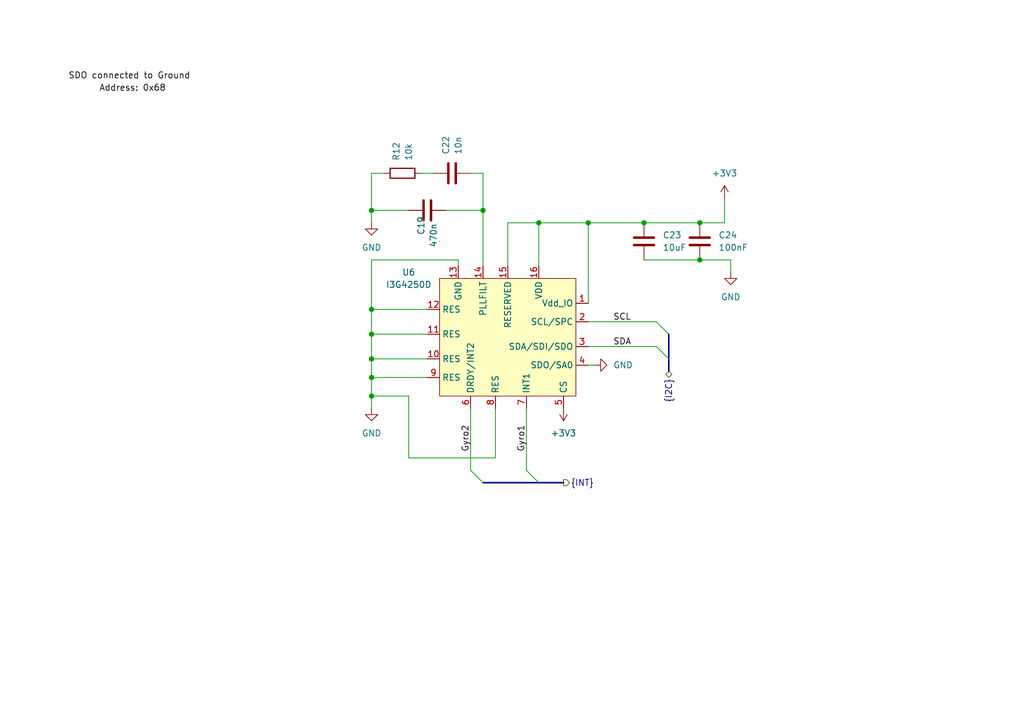
<source format=kicad_sch>
(kicad_sch (version 20211123) (generator eeschema)
  (paper "A5")
  (title_block (title "Phoenix Gyro") (comment 1 "2022/10/20 AG") (comment 2 "2022/10/22 WH"))
  (lib_symbols
    (symbol "Device:C" (pin_numbers hide) (pin_names (offset 0.254))
      (property "Reference" "C" (at 0.635 2.54 0))
      (property "Value" "C" (at 0.635 -2.54 0))
      (symbol "C_0_1"
        (polyline (pts (xy -2.032 -0.762) (xy 2.032 -0.762)) (stroke (width 0.508)))
        (polyline (pts (xy -2.032 0.762) (xy 2.032 0.762)) (stroke (width 0.508)))
      )
      (symbol "C_1_1"
        (pin passive line (at 0 3.81 270) (length 2.794) (name "~") (number "1"))
        (pin passive line (at 0 -3.81 90) (length 2.794) (name "~") (number "2"))
      )
    )
    (symbol "Device:R" (pin_numbers hide) (pin_names (offset 0))
      (property "Reference" "R" (at 2.032 0 90))
      (property "Value" "R" (at 0 0 90))
      (symbol "R_0_1"
        (rectangle (start -1.016 -2.54) (end 1.016 2.54) (stroke (width 0.254)))
      )
      (symbol "R_1_1"
        (pin passive line (at 0 3.81 270) (length 1.27) (name "~") (number "1"))
        (pin passive line (at 0 -3.81 90) (length 1.27) (name "~") (number "2"))
      )
    )
    (symbol "Sensor:I3G4250D"
      (property "Reference" "U" (at 0 0 0))
      (property "Value" "I3G4250D" (at 0 2.54 0))
      (symbol "I3G4250D_0_1"
        (rectangle (start -7.62 -10.16) (end -7.62 -10.16))
        (rectangle (start -7.62 -10.16) (end 20.32 -34.29) (fill (type background)))
        (rectangle (start -7.62 -2.54) (end -7.62 -2.54))
        (rectangle (start -6.35 -10.16) (end -6.35 -10.16))
        (rectangle (start -5.08 -10.16) (end -5.08 -10.16))
        (rectangle (start -2.54 -10.16) (end -2.54 -10.16))
        (rectangle (start -2.54 -10.16) (end -2.54 -10.16))
        (rectangle (start -2.54 -10.16) (end -2.54 -10.16))
        (rectangle (start -2.54 -10.16) (end -2.54 -10.16))
        (rectangle (start -2.54 -10.16) (end -2.54 -10.16))
        (rectangle (start 1.27 -10.16) (end 1.27 -10.16))
        (rectangle (start 6.35 -10.16) (end 6.35 -10.16))
      )
      (symbol "I3G4250D_1_1"
        (pin output line (at 22.86 -15.24 180) (length 2.54) (name "Vdd_IO") (number "1"))
        (pin free line (at -10.16 -26.67 0) (length 2.54) (name "RES") (number "10"))
        (pin free line (at -10.16 -21.59 0) (length 2.54) (name "RES") (number "11"))
        (pin free line (at -10.16 -16.51 0) (length 2.54) (name "RES") (number "12"))
        (pin output line (at -3.81 -7.62 270) (length 2.54) (name "GND") (number "13"))
        (pin input line (at 1.27 -7.62 270) (length 2.54) (name "PLLFILT") (number "14"))
        (pin free line (at 6.35 -7.62 270) (length 2.54) (name "RESERVED") (number "15"))
        (pin output line (at 12.7 -7.62 270) (length 2.54) (name "VDD") (number "16"))
        (pin input line (at 22.86 -19.05 180) (length 2.54) (name "SCL/SPC") (number "2"))
        (pin bidirectional line (at 22.86 -24.13 180) (length 2.54) (name "SDA/SDI/SDO") (number "3"))
        (pin output line (at 22.86 -27.94 180) (length 2.54) (name "SDO/SA0") (number "4"))
        (pin input line (at 17.78 -36.83 90) (length 2.54) (name "CS") (number "5"))
        (pin output line (at -1.27 -36.83 90) (length 2.54) (name "DRDY/INT2") (number "6"))
        (pin output line (at 10.16 -36.83 90) (length 2.54) (name "INT1") (number "7"))
        (pin free line (at 3.81 -36.83 90) (length 2.54) (name "RES") (number "8"))
        (pin free line (at -10.16 -30.48 0) (length 2.54) (name "RES") (number "9"))
      )
    )
    (symbol "power:+3V3" (power) (pin_names (offset 0))
      (property "Value" "+3V3" (at 0 3.556 0))
      (symbol "+3V3_0_1"
        (polyline (pts (xy -0.762 1.27) (xy 0 2.54)))
        (polyline (pts (xy 0 0) (xy 0 2.54)))
        (polyline (pts (xy 0 2.54) (xy 0.762 1.27)))
      )
      (symbol "+3V3_1_1"
        (pin power_in line (at 0 0 90) (length 0) hide (name "+3V3") (number "1"))
      )
    )
    (symbol "power:GND" (power) (pin_names (offset 0))
      (property "Value" "GND" (at 0 -3.81 0))
      (symbol "GND_0_1"
        (polyline (pts (xy 0 0) (xy 0 -1.27) (xy 1.27 -1.27) (xy 0 -2.54) (xy -1.27 -1.27) (xy 0 -1.27)))
      )
      (symbol "GND_1_1"
        (pin power_in line (at 0 0 270) (length 0) hide (name "GND") (number "1"))
      )
    )
  )
  (junction (at 143.51 45.72))
  (junction (at 110.49 45.72))
  (junction (at 76.2 63.5))
  (junction (at 143.51 53.34))
  (junction (at 120.65 45.72))
  (junction (at 99.06 43.18))
  (junction (at 76.2 68.58))
  (junction (at 76.2 43.18))
  (junction (at 76.2 73.66))
  (junction (at 132.08 45.72))
  (junction (at 76.2 77.47))
  (junction (at 76.2 81.28))
  (bus_entry (at 137.16 68.58) (size -2.54 -2.54))
  (bus_entry (at 110.49 99.06) (size -2.54 -2.54))
  (bus_entry (at 99.06 99.06) (size -2.54 -2.54))
  (bus_entry (at 137.16 73.66) (size -2.54 -2.54))
  (wire (pts (xy 76.2 77.47) (xy 87.63 77.47)))
  (bus (pts (xy 137.16 73.66) (xy 137.16 76.2)))
  (wire (pts (xy 110.49 54.61) (xy 110.49 45.72)))
  (wire (pts (xy 148.59 40.64) (xy 148.59 45.72)))
  (wire (pts (xy 76.2 73.66) (xy 76.2 77.47)))
  (wire (pts (xy 143.51 53.34) (xy 149.86 53.34)))
  (wire (pts (xy 83.82 93.98) (xy 101.6 93.98)))
  (wire (pts (xy 96.52 83.82) (xy 96.52 96.52)))
  (wire (pts (xy 76.2 35.56) (xy 78.74 35.56)))
  (wire (pts (xy 107.95 83.82) (xy 107.95 96.52)))
  (wire (pts (xy 120.65 45.72) (xy 120.65 62.23)))
  (wire (pts (xy 76.2 68.58) (xy 87.63 68.58)))
  (wire (pts (xy 93.98 54.61) (xy 93.98 53.34)))
  (wire (pts (xy 87.63 63.5) (xy 76.2 63.5)))
  (bus (pts (xy 99.06 99.06) (xy 110.49 99.06)))
  (wire (pts (xy 76.2 53.34) (xy 76.2 63.5)))
  (bus (pts (xy 137.16 68.58) (xy 137.16 73.66)))
  (wire (pts (xy 93.98 53.34) (xy 76.2 53.34)))
  (wire (pts (xy 83.82 93.98) (xy 83.82 81.28)))
  (wire (pts (xy 104.14 45.72) (xy 110.49 45.72)))
  (wire (pts (xy 132.08 53.34) (xy 143.51 53.34)))
  (wire (pts (xy 76.2 63.5) (xy 76.2 68.58)))
  (wire (pts (xy 76.2 68.58) (xy 76.2 73.66)))
  (wire (pts (xy 76.2 77.47) (xy 76.2 81.28)))
  (wire (pts (xy 76.2 73.66) (xy 87.63 73.66)))
  (wire (pts (xy 76.2 43.18) (xy 76.2 35.56)))
  (bus (pts (xy 110.49 99.06) (xy 115.57 99.06)))
  (wire (pts (xy 76.2 43.18) (xy 76.2 45.72)))
  (wire (pts (xy 99.06 43.18) (xy 91.44 43.18)))
  (wire (pts (xy 83.82 43.18) (xy 76.2 43.18)))
  (wire (pts (xy 110.49 45.72) (xy 120.65 45.72)))
  (wire (pts (xy 143.51 45.72) (xy 148.59 45.72)))
  (wire (pts (xy 120.65 74.93) (xy 121.92 74.93)))
  (wire (pts (xy 104.14 54.61) (xy 104.14 45.72)))
  (wire (pts (xy 132.08 45.72) (xy 143.51 45.72)))
  (wire (pts (xy 86.36 35.56) (xy 88.9 35.56)))
  (wire (pts (xy 120.65 71.12) (xy 134.62 71.12)))
  (wire (pts (xy 120.65 66.04) (xy 134.62 66.04)))
  (wire (pts (xy 101.6 83.82) (xy 101.6 93.98)))
  (wire (pts (xy 120.65 45.72) (xy 132.08 45.72)))
  (wire (pts (xy 99.06 35.56) (xy 99.06 43.18)))
  (wire (pts (xy 83.82 81.28) (xy 76.2 81.28)))
  (wire (pts (xy 96.52 35.56) (xy 99.06 35.56)))
  (wire (pts (xy 76.2 81.28) (xy 76.2 83.82)))
  (wire (pts (xy 99.06 43.18) (xy 99.06 54.61)))
  (wire (pts (xy 149.86 53.34) (xy 149.86 55.88)))
  (label "Gyro2" (at 96.52 92.71 90))
  (label "SDA" (at 125.73 71.12 0))
  (label "SDO connected to Ground" (at 13.97 16.51 0))
  (label "SCL" (at 125.73 66.04 0))
  (label "Gyro1" (at 107.95 92.71 90))
  (label "Address: 0x68" (at 20.32 19.05 0))
  (hierarchical_label "{I2C}" (shape bidirectional) (at 137.16 76.2 270))
  (hierarchical_label "{INT}" (shape output) (at 115.57 99.06 0))
  (symbol (lib_id "power:GND") (at 76.2 83.82 0) (unit 1)
    (property "Reference" "#PWR031" (effects hide))
    (property "Value" "GND" (at 76.2 88.9 0))
  )
  (symbol (lib_id "Device:C") (at 143.51 49.53 0) (unit 1)
    (property "Reference" "C24" (at 147.32 48.26 0) (effects (justify left)))
    (property "Value" "100nF" (at 147.32 50.8 0) (effects (justify left)))
    (property "Footprint" "Capacitor_SMD:C_0603_1608Metric" (effects hide))
  )
  (symbol (lib_id "power:GND") (at 76.2 45.72 0) (unit 1)
    (property "Reference" "#PWR030" (effects hide))
    (property "Value" "GND" (at 76.2 50.8 0))
  )
  (symbol (lib_id "Device:C") (at 132.08 49.53 0) (unit 1)
    (property "Reference" "C23" (at 135.89 48.26 0) (effects (justify left)))
    (property "Value" "10uF" (at 135.89 50.8 0) (effects (justify left)))
    (property "Footprint" "Capacitor_SMD:C_0603_1608Metric" (effects hide))
  )
  (symbol (lib_id "power:+3V3") (at 115.57 83.82 180) (unit 1)
    (property "Reference" "#PWR032" (effects hide))
    (property "Value" "+3V3" (at 115.57 88.9 0))
  )
  (symbol (lib_id "power:+3V3") (at 148.59 40.64 0) (unit 1)
    (property "Reference" "#PWR034" (effects hide))
    (property "Value" "+3V3" (at 148.59 35.56 0))
  )
  (symbol (lib_id "Device:C") (at 87.63 43.18 90) (mirror x) (unit 1)
    (property "Reference" "C19" (at 86.36 48.26 0) (effects (justify right)))
    (property "Value" "470n" (at 88.9 50.8 0) (effects (justify right)))
    (property "Footprint" "Capacitor_SMD:C_0603_1608Metric" (effects hide))
  )
  (symbol (lib_id "power:GND") (at 149.86 55.88 0) (unit 1)
    (property "Reference" "#PWR035" (effects hide))
    (property "Value" "GND" (at 149.86 60.96 0))
  )
  (symbol (lib_id "Device:C") (at 92.71 35.56 270) (unit 1)
    (property "Reference" "C22" (at 91.4399 31.75 0) (effects (justify right)))
    (property "Value" "10n" (at 93.9799 31.75 0) (effects (justify right)))
    (property "Footprint" "Capacitor_SMD:C_0603_1608Metric" (effects hide))
  )
  (symbol (lib_id "Device:R") (at 82.55 35.56 90) (unit 1)
    (property "Reference" "R12" (at 81.2799 33.02 0) (effects (justify left)))
    (property "Value" "10k" (at 83.8199 33.02 0) (effects (justify left)))
    (property "Footprint" "Resistor_SMD:R_0603_1608Metric" (effects hide))
  )
  (symbol (lib_id "Sensor:I3G4250D") (at 97.79 46.99 0) (unit 1)
    (property "Reference" "U6" (at 83.82 55.88 0))
    (property "Value" "I3G4250D" (at 83.82 58.42 0))
    (property "Footprint" "YAR_Sensors:I3G4250D" (effects hide))
  )
  (symbol (lib_id "power:GND") (at 121.92 74.93 90) (unit 1)
    (property "Reference" "#PWR033" (effects hide))
    (property "Value" "GND" (at 125.73 74.9299 90) (effects (justify right)))
  )
)
</source>
